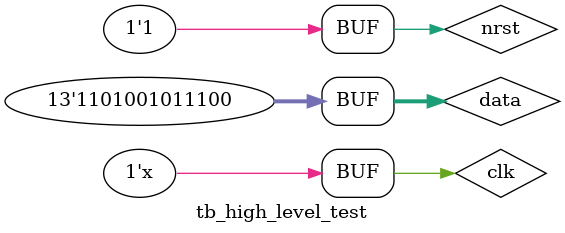
<source format=v>
module	tb_high_level_test;
reg	clk,nrst;
reg	[12:0]	data;
wire	[3:0]	sum;
initial	begin
	clk	=	1'b0;
	nrst	=	1'b0;
	data	=	13'b1_1010_0101_1100;
	#5	nrst	=	1'b1;
end
always #5	clk	=	!clk;
high_level_test	uo(
	.clk(clk),
	.nrst(nrst),
	.data(data),
	.sum(sum)
);
endmodule
</source>
